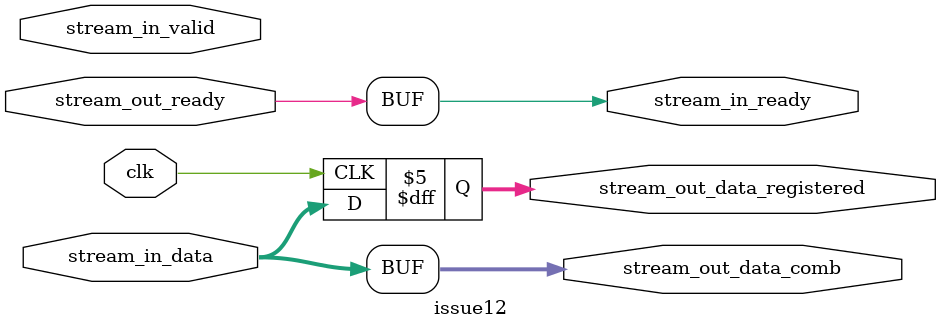
<source format=v>


`timescale 1 ps / 1 ps
/*

    Looking at combinatorial and registered outputs.

*/

module issue12 (
    input                                       clk,

    output reg                                  stream_in_ready,
    input                                       stream_in_valid,
    input  [7:0]                                stream_in_data,

    input                                       stream_out_ready,
    output reg [7:0]                            stream_out_data_comb,
    output reg [7:0]                            stream_out_data_registered
);

always @(posedge clk)
    stream_out_data_registered <= stream_in_data;

always @(stream_in_data)
    stream_out_data_comb = stream_in_data;

always @(stream_out_ready)
    stream_in_ready      = stream_out_ready;


initial begin
     $dumpfile("waveform.vcd");
     $dumpvars(0,issue12);
end

endmodule

</source>
